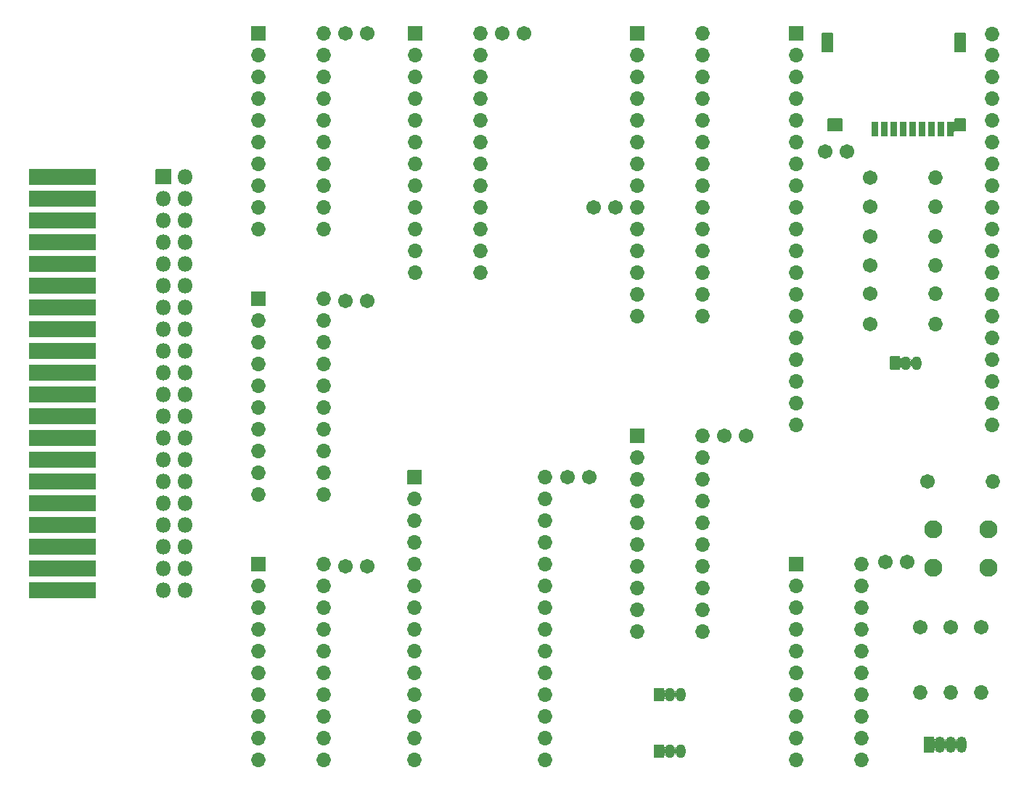
<source format=gbr>
%TF.GenerationSoftware,KiCad,Pcbnew,(5.1.9-0-10_14)*%
%TF.CreationDate,2021-07-19T10:05:44-07:00*%
%TF.ProjectId,TRS-IO-M1,5452532d-494f-42d4-9d31-2e6b69636164,rev?*%
%TF.SameCoordinates,Original*%
%TF.FileFunction,Soldermask,Top*%
%TF.FilePolarity,Negative*%
%FSLAX46Y46*%
G04 Gerber Fmt 4.6, Leading zero omitted, Abs format (unit mm)*
G04 Created by KiCad (PCBNEW (5.1.9-0-10_14)) date 2021-07-19 10:05:44*
%MOMM*%
%LPD*%
G01*
G04 APERTURE LIST*
%ADD10O,1.702000X1.702000*%
%ADD11C,2.102000*%
%ADD12C,1.702000*%
%ADD13O,1.152000X1.602000*%
%ADD14O,1.802000X1.802000*%
%ADD15O,1.172000X1.902000*%
%ADD16C,0.100000*%
G04 APERTURE END LIST*
D10*
%TO.C,U9*%
X181737000Y-99009200D03*
X174117000Y-121869200D03*
X181737000Y-101549200D03*
X174117000Y-119329200D03*
X181737000Y-104089200D03*
X174117000Y-116789200D03*
X181737000Y-106629200D03*
X174117000Y-114249200D03*
X181737000Y-109169200D03*
X174117000Y-111709200D03*
X181737000Y-111709200D03*
X174117000Y-109169200D03*
X181737000Y-114249200D03*
X174117000Y-106629200D03*
X181737000Y-116789200D03*
X174117000Y-104089200D03*
X181737000Y-119329200D03*
X174117000Y-101549200D03*
X181737000Y-121869200D03*
G36*
G01*
X173266000Y-99809200D02*
X173266000Y-98209200D01*
G75*
G02*
X173317000Y-98158200I51000J0D01*
G01*
X174917000Y-98158200D01*
G75*
G02*
X174968000Y-98209200I0J-51000D01*
G01*
X174968000Y-99809200D01*
G75*
G02*
X174917000Y-99860200I-51000J0D01*
G01*
X173317000Y-99860200D01*
G75*
G02*
X173266000Y-99809200I0J51000D01*
G01*
G37*
%TD*%
%TO.C,U8*%
X155829000Y-52019200D03*
X148209000Y-79959200D03*
X155829000Y-54559200D03*
X148209000Y-77419200D03*
X155829000Y-57099200D03*
X148209000Y-74879200D03*
X155829000Y-59639200D03*
X148209000Y-72339200D03*
X155829000Y-62179200D03*
X148209000Y-69799200D03*
X155829000Y-64719200D03*
X148209000Y-67259200D03*
X155829000Y-67259200D03*
X148209000Y-64719200D03*
X155829000Y-69799200D03*
X148209000Y-62179200D03*
X155829000Y-72339200D03*
X148209000Y-59639200D03*
X155829000Y-74879200D03*
X148209000Y-57099200D03*
X155829000Y-77419200D03*
X148209000Y-54559200D03*
X155829000Y-79959200D03*
G36*
G01*
X147358000Y-52819200D02*
X147358000Y-51219200D01*
G75*
G02*
X147409000Y-51168200I51000J0D01*
G01*
X149009000Y-51168200D01*
G75*
G02*
X149060000Y-51219200I0J-51000D01*
G01*
X149060000Y-52819200D01*
G75*
G02*
X149009000Y-52870200I-51000J0D01*
G01*
X147409000Y-52870200D01*
G75*
G02*
X147358000Y-52819200I0J51000D01*
G01*
G37*
%TD*%
%TO.C,U7*%
X200279000Y-113995200D03*
X192659000Y-136855200D03*
X200279000Y-116535200D03*
X192659000Y-134315200D03*
X200279000Y-119075200D03*
X192659000Y-131775200D03*
X200279000Y-121615200D03*
X192659000Y-129235200D03*
X200279000Y-124155200D03*
X192659000Y-126695200D03*
X200279000Y-126695200D03*
X192659000Y-124155200D03*
X200279000Y-129235200D03*
X192659000Y-121615200D03*
X200279000Y-131775200D03*
X192659000Y-119075200D03*
X200279000Y-134315200D03*
X192659000Y-116535200D03*
X200279000Y-136855200D03*
G36*
G01*
X191808000Y-114795200D02*
X191808000Y-113195200D01*
G75*
G02*
X191859000Y-113144200I51000J0D01*
G01*
X193459000Y-113144200D01*
G75*
G02*
X193510000Y-113195200I0J-51000D01*
G01*
X193510000Y-114795200D01*
G75*
G02*
X193459000Y-114846200I-51000J0D01*
G01*
X191859000Y-114846200D01*
G75*
G02*
X191808000Y-114795200I0J51000D01*
G01*
G37*
%TD*%
%TO.C,U6*%
X137541000Y-113995200D03*
X129921000Y-136855200D03*
X137541000Y-116535200D03*
X129921000Y-134315200D03*
X137541000Y-119075200D03*
X129921000Y-131775200D03*
X137541000Y-121615200D03*
X129921000Y-129235200D03*
X137541000Y-124155200D03*
X129921000Y-126695200D03*
X137541000Y-126695200D03*
X129921000Y-124155200D03*
X137541000Y-129235200D03*
X129921000Y-121615200D03*
X137541000Y-131775200D03*
X129921000Y-119075200D03*
X137541000Y-134315200D03*
X129921000Y-116535200D03*
X137541000Y-136855200D03*
G36*
G01*
X129070000Y-114795200D02*
X129070000Y-113195200D01*
G75*
G02*
X129121000Y-113144200I51000J0D01*
G01*
X130721000Y-113144200D01*
G75*
G02*
X130772000Y-113195200I0J-51000D01*
G01*
X130772000Y-114795200D01*
G75*
G02*
X130721000Y-114846200I-51000J0D01*
G01*
X129121000Y-114846200D01*
G75*
G02*
X129070000Y-114795200I0J51000D01*
G01*
G37*
%TD*%
%TO.C,U5*%
X137541000Y-52019200D03*
X129921000Y-74879200D03*
X137541000Y-54559200D03*
X129921000Y-72339200D03*
X137541000Y-57099200D03*
X129921000Y-69799200D03*
X137541000Y-59639200D03*
X129921000Y-67259200D03*
X137541000Y-62179200D03*
X129921000Y-64719200D03*
X137541000Y-64719200D03*
X129921000Y-62179200D03*
X137541000Y-67259200D03*
X129921000Y-59639200D03*
X137541000Y-69799200D03*
X129921000Y-57099200D03*
X137541000Y-72339200D03*
X129921000Y-54559200D03*
X137541000Y-74879200D03*
G36*
G01*
X129070000Y-52819200D02*
X129070000Y-51219200D01*
G75*
G02*
X129121000Y-51168200I51000J0D01*
G01*
X130721000Y-51168200D01*
G75*
G02*
X130772000Y-51219200I0J-51000D01*
G01*
X130772000Y-52819200D01*
G75*
G02*
X130721000Y-52870200I-51000J0D01*
G01*
X129121000Y-52870200D01*
G75*
G02*
X129070000Y-52819200I0J51000D01*
G01*
G37*
%TD*%
%TO.C,U4*%
X137541000Y-83007200D03*
X129921000Y-105867200D03*
X137541000Y-85547200D03*
X129921000Y-103327200D03*
X137541000Y-88087200D03*
X129921000Y-100787200D03*
X137541000Y-90627200D03*
X129921000Y-98247200D03*
X137541000Y-93167200D03*
X129921000Y-95707200D03*
X137541000Y-95707200D03*
X129921000Y-93167200D03*
X137541000Y-98247200D03*
X129921000Y-90627200D03*
X137541000Y-100787200D03*
X129921000Y-88087200D03*
X137541000Y-103327200D03*
X129921000Y-85547200D03*
X137541000Y-105867200D03*
G36*
G01*
X129070000Y-83807200D02*
X129070000Y-82207200D01*
G75*
G02*
X129121000Y-82156200I51000J0D01*
G01*
X130721000Y-82156200D01*
G75*
G02*
X130772000Y-82207200I0J-51000D01*
G01*
X130772000Y-83807200D01*
G75*
G02*
X130721000Y-83858200I-51000J0D01*
G01*
X129121000Y-83858200D01*
G75*
G02*
X129070000Y-83807200I0J51000D01*
G01*
G37*
%TD*%
%TO.C,U3*%
X181737000Y-52019200D03*
X174117000Y-85039200D03*
X181737000Y-54559200D03*
X174117000Y-82499200D03*
X181737000Y-57099200D03*
X174117000Y-79959200D03*
X181737000Y-59639200D03*
X174117000Y-77419200D03*
X181737000Y-62179200D03*
X174117000Y-74879200D03*
X181737000Y-64719200D03*
X174117000Y-72339200D03*
X181737000Y-67259200D03*
X174117000Y-69799200D03*
X181737000Y-69799200D03*
X174117000Y-67259200D03*
X181737000Y-72339200D03*
X174117000Y-64719200D03*
X181737000Y-74879200D03*
X174117000Y-62179200D03*
X181737000Y-77419200D03*
X174117000Y-59639200D03*
X181737000Y-79959200D03*
X174117000Y-57099200D03*
X181737000Y-82499200D03*
X174117000Y-54559200D03*
X181737000Y-85039200D03*
G36*
G01*
X173266000Y-52819200D02*
X173266000Y-51219200D01*
G75*
G02*
X173317000Y-51168200I51000J0D01*
G01*
X174917000Y-51168200D01*
G75*
G02*
X174968000Y-51219200I0J-51000D01*
G01*
X174968000Y-52819200D01*
G75*
G02*
X174917000Y-52870200I-51000J0D01*
G01*
X173317000Y-52870200D01*
G75*
G02*
X173266000Y-52819200I0J51000D01*
G01*
G37*
%TD*%
%TO.C,U2*%
X163399000Y-103845200D03*
X148159000Y-136865200D03*
X163399000Y-106385200D03*
X148159000Y-134325200D03*
X163399000Y-108925200D03*
X148159000Y-131785200D03*
X163399000Y-111465200D03*
X148159000Y-129245200D03*
X163399000Y-114005200D03*
X148159000Y-126705200D03*
X163399000Y-116545200D03*
X148159000Y-124165200D03*
X163399000Y-119085200D03*
X148159000Y-121625200D03*
X163399000Y-121625200D03*
X148159000Y-119085200D03*
X163399000Y-124165200D03*
X148159000Y-116545200D03*
X163399000Y-126705200D03*
X148159000Y-114005200D03*
X163399000Y-129245200D03*
X148159000Y-111465200D03*
X163399000Y-131785200D03*
X148159000Y-108925200D03*
X163399000Y-134325200D03*
X148159000Y-106385200D03*
X163399000Y-136865200D03*
G36*
G01*
X147308000Y-104645200D02*
X147308000Y-103045200D01*
G75*
G02*
X147359000Y-102994200I51000J0D01*
G01*
X148959000Y-102994200D01*
G75*
G02*
X149010000Y-103045200I0J-51000D01*
G01*
X149010000Y-104645200D01*
G75*
G02*
X148959000Y-104696200I-51000J0D01*
G01*
X147359000Y-104696200D01*
G75*
G02*
X147308000Y-104645200I0J51000D01*
G01*
G37*
%TD*%
%TO.C,U1*%
X215519000Y-52082700D03*
X215519000Y-54559200D03*
X192659000Y-97739200D03*
X215519000Y-57099200D03*
X192659000Y-95199200D03*
X215519000Y-59639200D03*
X192659000Y-92659200D03*
X215519000Y-62179200D03*
X192659000Y-90119200D03*
X215519000Y-64719200D03*
X192659000Y-87579200D03*
X215519000Y-67259200D03*
X192659000Y-85039200D03*
X215519000Y-69799200D03*
X192659000Y-82499200D03*
X215519000Y-72339200D03*
X192659000Y-79959200D03*
X215519000Y-74879200D03*
X192659000Y-77419200D03*
X215519000Y-77419200D03*
X192659000Y-74879200D03*
X215519000Y-79959200D03*
X192659000Y-72339200D03*
X215519000Y-82499200D03*
X192659000Y-69799200D03*
X215519000Y-85039200D03*
X192659000Y-67259200D03*
X215519000Y-87579200D03*
X192659000Y-64719200D03*
X215519000Y-90119200D03*
X192659000Y-62179200D03*
X215519000Y-92659200D03*
X192659000Y-59639200D03*
X215519000Y-95199200D03*
X192659000Y-57099200D03*
X215519000Y-97739200D03*
X192659000Y-54559200D03*
G36*
G01*
X191808000Y-52819200D02*
X191808000Y-51219200D01*
G75*
G02*
X191859000Y-51168200I51000J0D01*
G01*
X193459000Y-51168200D01*
G75*
G02*
X193510000Y-51219200I0J-51000D01*
G01*
X193510000Y-52819200D01*
G75*
G02*
X193459000Y-52870200I-51000J0D01*
G01*
X191859000Y-52870200D01*
G75*
G02*
X191808000Y-52819200I0J51000D01*
G01*
G37*
%TD*%
D11*
%TO.C,SW1*%
X215132500Y-109931200D03*
X215132500Y-114431200D03*
X208632500Y-109931200D03*
X208632500Y-114431200D03*
%TD*%
D10*
%TO.C,R4*%
X215582500Y-104343200D03*
D12*
X207962500Y-104343200D03*
%TD*%
D10*
%TO.C,R3*%
X210693000Y-128981200D03*
D12*
X210693000Y-121361200D03*
%TD*%
D10*
%TO.C,R2*%
X214249000Y-128981200D03*
D12*
X214249000Y-121361200D03*
%TD*%
D10*
%TO.C,R1*%
X207137000Y-128981200D03*
D12*
X207137000Y-121361200D03*
%TD*%
%TO.C,Q2*%
G36*
G01*
X176081000Y-129985200D02*
X176081000Y-128485200D01*
G75*
G02*
X176132000Y-128434200I51000J0D01*
G01*
X177182000Y-128434200D01*
G75*
G02*
X177233000Y-128485200I0J-51000D01*
G01*
X177233000Y-129985200D01*
G75*
G02*
X177182000Y-130036200I-51000J0D01*
G01*
X176132000Y-130036200D01*
G75*
G02*
X176081000Y-129985200I0J51000D01*
G01*
G37*
D13*
X179197000Y-129235200D03*
X177927000Y-129235200D03*
%TD*%
%TO.C,Q1*%
G36*
G01*
X176081000Y-136589200D02*
X176081000Y-135089200D01*
G75*
G02*
X176132000Y-135038200I51000J0D01*
G01*
X177182000Y-135038200D01*
G75*
G02*
X177233000Y-135089200I0J-51000D01*
G01*
X177233000Y-136589200D01*
G75*
G02*
X177182000Y-136640200I-51000J0D01*
G01*
X176132000Y-136640200D01*
G75*
G02*
X176081000Y-136589200I0J51000D01*
G01*
G37*
X179197000Y-135839200D03*
X177927000Y-135839200D03*
%TD*%
%TO.C,J2*%
G36*
G01*
X110871000Y-69723200D02*
X103251000Y-69723200D01*
G75*
G02*
X103200000Y-69672200I0J51000D01*
G01*
X103200000Y-67894200D01*
G75*
G02*
X103251000Y-67843200I51000J0D01*
G01*
X110871000Y-67843200D01*
G75*
G02*
X110922000Y-67894200I0J-51000D01*
G01*
X110922000Y-69672200D01*
G75*
G02*
X110871000Y-69723200I-51000J0D01*
G01*
G37*
G36*
G01*
X110871000Y-72263200D02*
X103251000Y-72263200D01*
G75*
G02*
X103200000Y-72212200I0J51000D01*
G01*
X103200000Y-70434200D01*
G75*
G02*
X103251000Y-70383200I51000J0D01*
G01*
X110871000Y-70383200D01*
G75*
G02*
X110922000Y-70434200I0J-51000D01*
G01*
X110922000Y-72212200D01*
G75*
G02*
X110871000Y-72263200I-51000J0D01*
G01*
G37*
G36*
G01*
X110871000Y-74803200D02*
X103251000Y-74803200D01*
G75*
G02*
X103200000Y-74752200I0J51000D01*
G01*
X103200000Y-72974200D01*
G75*
G02*
X103251000Y-72923200I51000J0D01*
G01*
X110871000Y-72923200D01*
G75*
G02*
X110922000Y-72974200I0J-51000D01*
G01*
X110922000Y-74752200D01*
G75*
G02*
X110871000Y-74803200I-51000J0D01*
G01*
G37*
G36*
G01*
X110871000Y-77343200D02*
X103251000Y-77343200D01*
G75*
G02*
X103200000Y-77292200I0J51000D01*
G01*
X103200000Y-75514200D01*
G75*
G02*
X103251000Y-75463200I51000J0D01*
G01*
X110871000Y-75463200D01*
G75*
G02*
X110922000Y-75514200I0J-51000D01*
G01*
X110922000Y-77292200D01*
G75*
G02*
X110871000Y-77343200I-51000J0D01*
G01*
G37*
G36*
G01*
X110871000Y-79883200D02*
X103251000Y-79883200D01*
G75*
G02*
X103200000Y-79832200I0J51000D01*
G01*
X103200000Y-78054200D01*
G75*
G02*
X103251000Y-78003200I51000J0D01*
G01*
X110871000Y-78003200D01*
G75*
G02*
X110922000Y-78054200I0J-51000D01*
G01*
X110922000Y-79832200D01*
G75*
G02*
X110871000Y-79883200I-51000J0D01*
G01*
G37*
G36*
G01*
X110871000Y-82423200D02*
X103251000Y-82423200D01*
G75*
G02*
X103200000Y-82372200I0J51000D01*
G01*
X103200000Y-80594200D01*
G75*
G02*
X103251000Y-80543200I51000J0D01*
G01*
X110871000Y-80543200D01*
G75*
G02*
X110922000Y-80594200I0J-51000D01*
G01*
X110922000Y-82372200D01*
G75*
G02*
X110871000Y-82423200I-51000J0D01*
G01*
G37*
G36*
G01*
X110871000Y-84963200D02*
X103251000Y-84963200D01*
G75*
G02*
X103200000Y-84912200I0J51000D01*
G01*
X103200000Y-83134200D01*
G75*
G02*
X103251000Y-83083200I51000J0D01*
G01*
X110871000Y-83083200D01*
G75*
G02*
X110922000Y-83134200I0J-51000D01*
G01*
X110922000Y-84912200D01*
G75*
G02*
X110871000Y-84963200I-51000J0D01*
G01*
G37*
G36*
G01*
X110871000Y-87503200D02*
X103251000Y-87503200D01*
G75*
G02*
X103200000Y-87452200I0J51000D01*
G01*
X103200000Y-85674200D01*
G75*
G02*
X103251000Y-85623200I51000J0D01*
G01*
X110871000Y-85623200D01*
G75*
G02*
X110922000Y-85674200I0J-51000D01*
G01*
X110922000Y-87452200D01*
G75*
G02*
X110871000Y-87503200I-51000J0D01*
G01*
G37*
G36*
G01*
X110871000Y-90043200D02*
X103251000Y-90043200D01*
G75*
G02*
X103200000Y-89992200I0J51000D01*
G01*
X103200000Y-88214200D01*
G75*
G02*
X103251000Y-88163200I51000J0D01*
G01*
X110871000Y-88163200D01*
G75*
G02*
X110922000Y-88214200I0J-51000D01*
G01*
X110922000Y-89992200D01*
G75*
G02*
X110871000Y-90043200I-51000J0D01*
G01*
G37*
G36*
G01*
X110871000Y-92583200D02*
X103251000Y-92583200D01*
G75*
G02*
X103200000Y-92532200I0J51000D01*
G01*
X103200000Y-90754200D01*
G75*
G02*
X103251000Y-90703200I51000J0D01*
G01*
X110871000Y-90703200D01*
G75*
G02*
X110922000Y-90754200I0J-51000D01*
G01*
X110922000Y-92532200D01*
G75*
G02*
X110871000Y-92583200I-51000J0D01*
G01*
G37*
G36*
G01*
X110871000Y-95123200D02*
X103251000Y-95123200D01*
G75*
G02*
X103200000Y-95072200I0J51000D01*
G01*
X103200000Y-93294200D01*
G75*
G02*
X103251000Y-93243200I51000J0D01*
G01*
X110871000Y-93243200D01*
G75*
G02*
X110922000Y-93294200I0J-51000D01*
G01*
X110922000Y-95072200D01*
G75*
G02*
X110871000Y-95123200I-51000J0D01*
G01*
G37*
G36*
G01*
X110871000Y-97663200D02*
X103251000Y-97663200D01*
G75*
G02*
X103200000Y-97612200I0J51000D01*
G01*
X103200000Y-95834200D01*
G75*
G02*
X103251000Y-95783200I51000J0D01*
G01*
X110871000Y-95783200D01*
G75*
G02*
X110922000Y-95834200I0J-51000D01*
G01*
X110922000Y-97612200D01*
G75*
G02*
X110871000Y-97663200I-51000J0D01*
G01*
G37*
G36*
G01*
X110871000Y-100203200D02*
X103251000Y-100203200D01*
G75*
G02*
X103200000Y-100152200I0J51000D01*
G01*
X103200000Y-98374200D01*
G75*
G02*
X103251000Y-98323200I51000J0D01*
G01*
X110871000Y-98323200D01*
G75*
G02*
X110922000Y-98374200I0J-51000D01*
G01*
X110922000Y-100152200D01*
G75*
G02*
X110871000Y-100203200I-51000J0D01*
G01*
G37*
G36*
G01*
X110871000Y-102743200D02*
X103251000Y-102743200D01*
G75*
G02*
X103200000Y-102692200I0J51000D01*
G01*
X103200000Y-100914200D01*
G75*
G02*
X103251000Y-100863200I51000J0D01*
G01*
X110871000Y-100863200D01*
G75*
G02*
X110922000Y-100914200I0J-51000D01*
G01*
X110922000Y-102692200D01*
G75*
G02*
X110871000Y-102743200I-51000J0D01*
G01*
G37*
G36*
G01*
X110871000Y-105283200D02*
X103251000Y-105283200D01*
G75*
G02*
X103200000Y-105232200I0J51000D01*
G01*
X103200000Y-103454200D01*
G75*
G02*
X103251000Y-103403200I51000J0D01*
G01*
X110871000Y-103403200D01*
G75*
G02*
X110922000Y-103454200I0J-51000D01*
G01*
X110922000Y-105232200D01*
G75*
G02*
X110871000Y-105283200I-51000J0D01*
G01*
G37*
G36*
G01*
X110871000Y-107823200D02*
X103251000Y-107823200D01*
G75*
G02*
X103200000Y-107772200I0J51000D01*
G01*
X103200000Y-105994200D01*
G75*
G02*
X103251000Y-105943200I51000J0D01*
G01*
X110871000Y-105943200D01*
G75*
G02*
X110922000Y-105994200I0J-51000D01*
G01*
X110922000Y-107772200D01*
G75*
G02*
X110871000Y-107823200I-51000J0D01*
G01*
G37*
G36*
G01*
X110871000Y-110363200D02*
X103251000Y-110363200D01*
G75*
G02*
X103200000Y-110312200I0J51000D01*
G01*
X103200000Y-108534200D01*
G75*
G02*
X103251000Y-108483200I51000J0D01*
G01*
X110871000Y-108483200D01*
G75*
G02*
X110922000Y-108534200I0J-51000D01*
G01*
X110922000Y-110312200D01*
G75*
G02*
X110871000Y-110363200I-51000J0D01*
G01*
G37*
G36*
G01*
X110871000Y-112903200D02*
X103251000Y-112903200D01*
G75*
G02*
X103200000Y-112852200I0J51000D01*
G01*
X103200000Y-111074200D01*
G75*
G02*
X103251000Y-111023200I51000J0D01*
G01*
X110871000Y-111023200D01*
G75*
G02*
X110922000Y-111074200I0J-51000D01*
G01*
X110922000Y-112852200D01*
G75*
G02*
X110871000Y-112903200I-51000J0D01*
G01*
G37*
G36*
G01*
X110871000Y-115443200D02*
X103251000Y-115443200D01*
G75*
G02*
X103200000Y-115392200I0J51000D01*
G01*
X103200000Y-113614200D01*
G75*
G02*
X103251000Y-113563200I51000J0D01*
G01*
X110871000Y-113563200D01*
G75*
G02*
X110922000Y-113614200I0J-51000D01*
G01*
X110922000Y-115392200D01*
G75*
G02*
X110871000Y-115443200I-51000J0D01*
G01*
G37*
G36*
G01*
X110871000Y-117983200D02*
X103251000Y-117983200D01*
G75*
G02*
X103200000Y-117932200I0J51000D01*
G01*
X103200000Y-116154200D01*
G75*
G02*
X103251000Y-116103200I51000J0D01*
G01*
X110871000Y-116103200D01*
G75*
G02*
X110922000Y-116154200I0J-51000D01*
G01*
X110922000Y-117932200D01*
G75*
G02*
X110871000Y-117983200I-51000J0D01*
G01*
G37*
%TD*%
D14*
%TO.C,J1*%
X121379000Y-117019200D03*
X118839000Y-117019200D03*
X121379000Y-114479200D03*
X118839000Y-114479200D03*
X121379000Y-111939200D03*
X118839000Y-111939200D03*
X121379000Y-109399200D03*
X118839000Y-109399200D03*
X121379000Y-106859200D03*
X118839000Y-106859200D03*
X121379000Y-104319200D03*
X118839000Y-104319200D03*
X121379000Y-101779200D03*
X118839000Y-101779200D03*
X121379000Y-99239200D03*
X118839000Y-99239200D03*
X121379000Y-96699200D03*
X118839000Y-96699200D03*
X121379000Y-94159200D03*
X118839000Y-94159200D03*
X121379000Y-91619200D03*
X118839000Y-91619200D03*
X121379000Y-89079200D03*
X118839000Y-89079200D03*
X121379000Y-86539200D03*
X118839000Y-86539200D03*
X121379000Y-83999200D03*
X118839000Y-83999200D03*
X121379000Y-81459200D03*
X118839000Y-81459200D03*
X121379000Y-78919200D03*
X118839000Y-78919200D03*
X121379000Y-76379200D03*
X118839000Y-76379200D03*
X121379000Y-73839200D03*
X118839000Y-73839200D03*
X121379000Y-71299200D03*
X118839000Y-71299200D03*
X121379000Y-68759200D03*
G36*
G01*
X117938000Y-69609200D02*
X117938000Y-67909200D01*
G75*
G02*
X117989000Y-67858200I51000J0D01*
G01*
X119689000Y-67858200D01*
G75*
G02*
X119740000Y-67909200I0J-51000D01*
G01*
X119740000Y-69609200D01*
G75*
G02*
X119689000Y-69660200I-51000J0D01*
G01*
X117989000Y-69660200D01*
G75*
G02*
X117938000Y-69609200I0J51000D01*
G01*
G37*
%TD*%
D15*
%TO.C,D1*%
X211963000Y-135077200D03*
X210693000Y-135077200D03*
X209423000Y-135077200D03*
G36*
G01*
X207567000Y-135977200D02*
X207567000Y-134177200D01*
G75*
G02*
X207618000Y-134126200I51000J0D01*
G01*
X208688000Y-134126200D01*
G75*
G02*
X208739000Y-134177200I0J-51000D01*
G01*
X208739000Y-135977200D01*
G75*
G02*
X208688000Y-136028200I-51000J0D01*
G01*
X207618000Y-136028200D01*
G75*
G02*
X207567000Y-135977200I0J51000D01*
G01*
G37*
%TD*%
D12*
%TO.C,C8*%
X160869000Y-52019200D03*
X158369000Y-52019200D03*
%TD*%
%TO.C,C7*%
X142581000Y-52019200D03*
X140081000Y-52019200D03*
%TD*%
%TO.C,C6*%
X142581000Y-114249200D03*
X140081000Y-114249200D03*
%TD*%
%TO.C,C5*%
X205573000Y-113741200D03*
X203073000Y-113741200D03*
%TD*%
%TO.C,C4*%
X142581000Y-83261200D03*
X140081000Y-83261200D03*
%TD*%
%TO.C,C3*%
X169077000Y-72339200D03*
X171577000Y-72339200D03*
%TD*%
%TO.C,C2*%
X186777000Y-99009200D03*
X184277000Y-99009200D03*
%TD*%
%TO.C,C1*%
X168489000Y-103835200D03*
X165989000Y-103835200D03*
%TD*%
%TO.C,C9*%
X198551800Y-65836800D03*
X196051800Y-65836800D03*
%TD*%
%TO.C,J3*%
G36*
G01*
X202239200Y-62404999D02*
X202239200Y-64005001D01*
G75*
G02*
X202188201Y-64056000I-50999J0D01*
G01*
X201488199Y-64056000D01*
G75*
G02*
X201437200Y-64005001I0J50999D01*
G01*
X201437200Y-62404999D01*
G75*
G02*
X201488199Y-62354000I50999J0D01*
G01*
X202188201Y-62354000D01*
G75*
G02*
X202239200Y-62404999I0J-50999D01*
G01*
G37*
G36*
G01*
X203339200Y-62404999D02*
X203339200Y-64005001D01*
G75*
G02*
X203288201Y-64056000I-50999J0D01*
G01*
X202588199Y-64056000D01*
G75*
G02*
X202537200Y-64005001I0J50999D01*
G01*
X202537200Y-62404999D01*
G75*
G02*
X202588199Y-62354000I50999J0D01*
G01*
X203288201Y-62354000D01*
G75*
G02*
X203339200Y-62404999I0J-50999D01*
G01*
G37*
G36*
G01*
X204439200Y-62404999D02*
X204439200Y-64005001D01*
G75*
G02*
X204388201Y-64056000I-50999J0D01*
G01*
X203688199Y-64056000D01*
G75*
G02*
X203637200Y-64005001I0J50999D01*
G01*
X203637200Y-62404999D01*
G75*
G02*
X203688199Y-62354000I50999J0D01*
G01*
X204388201Y-62354000D01*
G75*
G02*
X204439200Y-62404999I0J-50999D01*
G01*
G37*
G36*
G01*
X205539200Y-62404999D02*
X205539200Y-64005001D01*
G75*
G02*
X205488201Y-64056000I-50999J0D01*
G01*
X204788199Y-64056000D01*
G75*
G02*
X204737200Y-64005001I0J50999D01*
G01*
X204737200Y-62404999D01*
G75*
G02*
X204788199Y-62354000I50999J0D01*
G01*
X205488201Y-62354000D01*
G75*
G02*
X205539200Y-62404999I0J-50999D01*
G01*
G37*
G36*
G01*
X206639200Y-62404999D02*
X206639200Y-64005001D01*
G75*
G02*
X206588201Y-64056000I-50999J0D01*
G01*
X205888199Y-64056000D01*
G75*
G02*
X205837200Y-64005001I0J50999D01*
G01*
X205837200Y-62404999D01*
G75*
G02*
X205888199Y-62354000I50999J0D01*
G01*
X206588201Y-62354000D01*
G75*
G02*
X206639200Y-62404999I0J-50999D01*
G01*
G37*
G36*
G01*
X207739200Y-62404999D02*
X207739200Y-64005001D01*
G75*
G02*
X207688201Y-64056000I-50999J0D01*
G01*
X206988199Y-64056000D01*
G75*
G02*
X206937200Y-64005001I0J50999D01*
G01*
X206937200Y-62404999D01*
G75*
G02*
X206988199Y-62354000I50999J0D01*
G01*
X207688201Y-62354000D01*
G75*
G02*
X207739200Y-62404999I0J-50999D01*
G01*
G37*
G36*
G01*
X208839200Y-62404999D02*
X208839200Y-64005001D01*
G75*
G02*
X208788201Y-64056000I-50999J0D01*
G01*
X208088199Y-64056000D01*
G75*
G02*
X208037200Y-64005001I0J50999D01*
G01*
X208037200Y-62404999D01*
G75*
G02*
X208088199Y-62354000I50999J0D01*
G01*
X208788201Y-62354000D01*
G75*
G02*
X208839200Y-62404999I0J-50999D01*
G01*
G37*
G36*
G01*
X209939200Y-62404999D02*
X209939200Y-64005001D01*
G75*
G02*
X209888201Y-64056000I-50999J0D01*
G01*
X209188199Y-64056000D01*
G75*
G02*
X209137200Y-64005001I0J50999D01*
G01*
X209137200Y-62404999D01*
G75*
G02*
X209188199Y-62354000I50999J0D01*
G01*
X209888201Y-62354000D01*
G75*
G02*
X209939200Y-62404999I0J-50999D01*
G01*
G37*
G36*
G01*
X211039200Y-62404999D02*
X211039200Y-64005001D01*
G75*
G02*
X210988201Y-64056000I-50999J0D01*
G01*
X210288199Y-64056000D01*
G75*
G02*
X210237200Y-64005001I0J50999D01*
G01*
X210237200Y-62404999D01*
G75*
G02*
X210288199Y-62354000I50999J0D01*
G01*
X210988201Y-62354000D01*
G75*
G02*
X211039200Y-62404999I0J-50999D01*
G01*
G37*
G36*
G01*
X198039200Y-62005000D02*
X198039200Y-63405000D01*
G75*
G02*
X197988200Y-63456000I-51000J0D01*
G01*
X196388200Y-63456000D01*
G75*
G02*
X196337200Y-63405000I0J51000D01*
G01*
X196337200Y-62005000D01*
G75*
G02*
X196388200Y-61954000I51000J0D01*
G01*
X197988200Y-61954000D01*
G75*
G02*
X198039200Y-62005000I0J-51000D01*
G01*
G37*
G36*
G01*
X196939200Y-52004999D02*
X196939200Y-54205001D01*
G75*
G02*
X196888201Y-54256000I-50999J0D01*
G01*
X195688199Y-54256000D01*
G75*
G02*
X195637200Y-54205001I0J50999D01*
G01*
X195637200Y-52004999D01*
G75*
G02*
X195688199Y-51954000I50999J0D01*
G01*
X196888201Y-51954000D01*
G75*
G02*
X196939200Y-52004999I0J-50999D01*
G01*
G37*
G36*
G01*
X212439200Y-52004999D02*
X212439200Y-54205001D01*
G75*
G02*
X212388201Y-54256000I-50999J0D01*
G01*
X211188199Y-54256000D01*
G75*
G02*
X211137200Y-54205001I0J50999D01*
G01*
X211137200Y-52004999D01*
G75*
G02*
X211188199Y-51954000I50999J0D01*
G01*
X212388201Y-51954000D01*
G75*
G02*
X212439200Y-52004999I0J-50999D01*
G01*
G37*
G36*
G01*
X212439200Y-62004999D02*
X212439200Y-63405001D01*
G75*
G02*
X212388201Y-63456000I-50999J0D01*
G01*
X211188199Y-63456000D01*
G75*
G02*
X211137200Y-63405001I0J50999D01*
G01*
X211137200Y-62004999D01*
G75*
G02*
X211188199Y-61954000I50999J0D01*
G01*
X212388201Y-61954000D01*
G75*
G02*
X212439200Y-62004999I0J-50999D01*
G01*
G37*
%TD*%
D13*
%TO.C,Q3*%
X205460600Y-90500200D03*
X206730600Y-90500200D03*
G36*
G01*
X203614600Y-91250200D02*
X203614600Y-89750200D01*
G75*
G02*
X203665600Y-89699200I51000J0D01*
G01*
X204715600Y-89699200D01*
G75*
G02*
X204766600Y-89750200I0J-51000D01*
G01*
X204766600Y-91250200D01*
G75*
G02*
X204715600Y-91301200I-51000J0D01*
G01*
X203665600Y-91301200D01*
G75*
G02*
X203614600Y-91250200I0J51000D01*
G01*
G37*
%TD*%
D10*
%TO.C,R5*%
X208940400Y-85953600D03*
D12*
X201320400Y-85953600D03*
%TD*%
%TO.C,R6*%
X201320400Y-82423000D03*
D10*
X208940400Y-82423000D03*
%TD*%
D12*
%TO.C,R7*%
X201320400Y-79121000D03*
D10*
X208940400Y-79121000D03*
%TD*%
%TO.C,R8*%
X208940400Y-75692000D03*
D12*
X201320400Y-75692000D03*
%TD*%
%TO.C,R9*%
X201320400Y-72263000D03*
D10*
X208940400Y-72263000D03*
%TD*%
%TO.C,R10*%
X208940400Y-68834000D03*
D12*
X201320400Y-68834000D03*
%TD*%
D16*
G36*
X177234990Y-135207665D02*
G01*
X177237372Y-135231852D01*
X177244372Y-135254927D01*
X177255737Y-135276191D01*
X177271032Y-135294828D01*
X177289669Y-135310123D01*
X177310933Y-135321488D01*
X177334008Y-135328488D01*
X177357999Y-135330851D01*
X177381990Y-135328488D01*
X177405065Y-135321488D01*
X177426329Y-135310123D01*
X177445005Y-135294796D01*
X177446339Y-135293324D01*
X177448243Y-135292712D01*
X177449725Y-135294055D01*
X177449585Y-135295610D01*
X177396702Y-135394544D01*
X177364038Y-135502224D01*
X177353000Y-135614294D01*
X177353000Y-136064106D01*
X177364038Y-136176177D01*
X177396702Y-136283857D01*
X177449746Y-136383092D01*
X177451836Y-136385638D01*
X177452162Y-136387612D01*
X177450616Y-136388880D01*
X177448876Y-136388321D01*
X177436023Y-136375468D01*
X177415976Y-136362073D01*
X177393702Y-136352847D01*
X177370051Y-136348143D01*
X177345945Y-136348143D01*
X177322295Y-136352848D01*
X177300021Y-136362074D01*
X177279974Y-136375469D01*
X177262927Y-136392516D01*
X177249532Y-136412563D01*
X177240323Y-136434794D01*
X177234978Y-136470833D01*
X177233735Y-136472400D01*
X177231757Y-136472107D01*
X177231000Y-136470540D01*
X177231000Y-135207861D01*
X177232000Y-135206129D01*
X177234000Y-135206129D01*
X177234990Y-135207665D01*
G37*
G36*
X178670621Y-135385440D02*
G01*
X178670591Y-135387268D01*
X178666702Y-135394544D01*
X178634038Y-135502224D01*
X178623000Y-135614294D01*
X178623000Y-136064106D01*
X178634038Y-136176177D01*
X178666702Y-136283857D01*
X178670591Y-136291133D01*
X178670525Y-136293132D01*
X178668762Y-136294075D01*
X178667164Y-136293187D01*
X178657071Y-136278082D01*
X178640024Y-136261035D01*
X178619976Y-136247640D01*
X178597702Y-136238414D01*
X178574052Y-136233710D01*
X178549946Y-136233710D01*
X178526296Y-136238415D01*
X178504022Y-136247641D01*
X178483975Y-136261036D01*
X178466928Y-136278083D01*
X178456836Y-136293187D01*
X178455042Y-136294072D01*
X178453379Y-136292961D01*
X178453409Y-136291133D01*
X178457298Y-136283857D01*
X178489962Y-136176177D01*
X178501000Y-136064105D01*
X178501000Y-135614294D01*
X178489962Y-135502223D01*
X178457298Y-135394543D01*
X178453411Y-135387272D01*
X178453477Y-135385273D01*
X178455240Y-135384330D01*
X178456838Y-135385218D01*
X178466929Y-135400319D01*
X178483976Y-135417366D01*
X178504023Y-135430761D01*
X178526297Y-135439987D01*
X178549947Y-135444691D01*
X178574054Y-135444691D01*
X178597704Y-135439986D01*
X178619978Y-135430760D01*
X178640025Y-135417365D01*
X178657072Y-135400318D01*
X178667164Y-135385214D01*
X178668958Y-135384329D01*
X178670621Y-135385440D01*
G37*
G36*
X208740990Y-134277792D02*
G01*
X208743372Y-134301979D01*
X208750372Y-134325054D01*
X208761737Y-134346318D01*
X208777032Y-134364955D01*
X208795669Y-134380250D01*
X208816933Y-134391615D01*
X208840008Y-134398615D01*
X208863999Y-134400978D01*
X208887990Y-134398615D01*
X208911065Y-134391615D01*
X208932285Y-134380273D01*
X208956241Y-134358560D01*
X208958196Y-134358138D01*
X208959539Y-134359620D01*
X208959130Y-134361311D01*
X208937430Y-134387753D01*
X208883464Y-134488718D01*
X208850230Y-134598273D01*
X208839000Y-134712294D01*
X208839000Y-135442106D01*
X208850230Y-135556128D01*
X208883465Y-135665683D01*
X208937431Y-135766648D01*
X208957830Y-135791504D01*
X208958156Y-135793478D01*
X208956610Y-135794746D01*
X208954870Y-135794187D01*
X208942023Y-135781340D01*
X208921975Y-135767945D01*
X208899702Y-135758719D01*
X208876051Y-135754015D01*
X208851945Y-135754015D01*
X208828295Y-135758720D01*
X208806021Y-135767946D01*
X208785974Y-135781341D01*
X208768927Y-135798388D01*
X208755532Y-135818436D01*
X208746323Y-135840666D01*
X208740978Y-135876705D01*
X208739735Y-135878272D01*
X208737757Y-135877979D01*
X208737000Y-135876412D01*
X208737000Y-134277988D01*
X208738000Y-134276256D01*
X208740000Y-134276256D01*
X208740990Y-134277792D01*
G37*
G36*
X211222832Y-134462097D02*
G01*
X211232928Y-134477207D01*
X211249975Y-134494254D01*
X211270023Y-134507649D01*
X211292297Y-134516876D01*
X211315947Y-134521580D01*
X211340053Y-134521580D01*
X211363703Y-134516876D01*
X211385977Y-134507649D01*
X211406024Y-134494255D01*
X211423071Y-134477208D01*
X211433168Y-134462097D01*
X211434962Y-134461212D01*
X211436625Y-134462323D01*
X211436595Y-134464151D01*
X211423464Y-134488718D01*
X211390230Y-134598273D01*
X211379000Y-134712294D01*
X211379000Y-135442106D01*
X211390230Y-135556128D01*
X211423465Y-135665683D01*
X211436592Y-135690242D01*
X211436526Y-135692241D01*
X211434763Y-135693184D01*
X211433165Y-135692296D01*
X211423073Y-135677192D01*
X211406026Y-135660145D01*
X211385979Y-135646750D01*
X211363705Y-135637524D01*
X211340055Y-135632819D01*
X211315949Y-135632819D01*
X211292299Y-135637523D01*
X211270025Y-135646749D01*
X211249977Y-135660144D01*
X211232930Y-135677191D01*
X211222831Y-135692306D01*
X211221037Y-135693191D01*
X211219374Y-135692080D01*
X211219404Y-135690252D01*
X211232536Y-135665683D01*
X211265770Y-135556128D01*
X211277000Y-135442106D01*
X211277000Y-134712294D01*
X211265770Y-134598272D01*
X211232536Y-134488717D01*
X211219405Y-134464151D01*
X211219471Y-134462152D01*
X211221234Y-134461209D01*
X211222832Y-134462097D01*
G37*
G36*
X209952832Y-134462097D02*
G01*
X209962928Y-134477207D01*
X209979975Y-134494254D01*
X210000023Y-134507649D01*
X210022297Y-134516876D01*
X210045947Y-134521580D01*
X210070053Y-134521580D01*
X210093703Y-134516876D01*
X210115977Y-134507649D01*
X210136024Y-134494255D01*
X210153071Y-134477208D01*
X210163168Y-134462097D01*
X210164962Y-134461212D01*
X210166625Y-134462323D01*
X210166595Y-134464151D01*
X210153464Y-134488718D01*
X210120230Y-134598273D01*
X210109000Y-134712294D01*
X210109000Y-135442106D01*
X210120230Y-135556128D01*
X210153465Y-135665683D01*
X210166592Y-135690242D01*
X210166526Y-135692241D01*
X210164763Y-135693184D01*
X210163165Y-135692296D01*
X210153073Y-135677192D01*
X210136026Y-135660145D01*
X210115979Y-135646750D01*
X210093705Y-135637524D01*
X210070055Y-135632819D01*
X210045949Y-135632819D01*
X210022299Y-135637523D01*
X210000025Y-135646749D01*
X209979977Y-135660144D01*
X209962930Y-135677191D01*
X209952831Y-135692306D01*
X209951037Y-135693191D01*
X209949374Y-135692080D01*
X209949404Y-135690252D01*
X209962536Y-135665683D01*
X209995770Y-135556128D01*
X210007000Y-135442106D01*
X210007000Y-134712294D01*
X209995770Y-134598272D01*
X209962536Y-134488717D01*
X209949405Y-134464151D01*
X209949471Y-134462152D01*
X209951234Y-134461209D01*
X209952832Y-134462097D01*
G37*
G36*
X177234990Y-128603665D02*
G01*
X177237372Y-128627852D01*
X177244372Y-128650927D01*
X177255737Y-128672191D01*
X177271032Y-128690828D01*
X177289669Y-128706123D01*
X177310933Y-128717488D01*
X177334008Y-128724488D01*
X177357999Y-128726851D01*
X177381990Y-128724488D01*
X177405065Y-128717488D01*
X177426329Y-128706123D01*
X177445005Y-128690796D01*
X177446339Y-128689324D01*
X177448243Y-128688712D01*
X177449725Y-128690055D01*
X177449585Y-128691610D01*
X177396702Y-128790544D01*
X177364038Y-128898224D01*
X177353000Y-129010294D01*
X177353000Y-129460106D01*
X177364038Y-129572177D01*
X177396702Y-129679857D01*
X177449746Y-129779092D01*
X177451836Y-129781638D01*
X177452162Y-129783612D01*
X177450616Y-129784880D01*
X177448876Y-129784321D01*
X177436023Y-129771468D01*
X177415976Y-129758073D01*
X177393702Y-129748847D01*
X177370051Y-129744143D01*
X177345945Y-129744143D01*
X177322295Y-129748848D01*
X177300021Y-129758074D01*
X177279974Y-129771469D01*
X177262927Y-129788516D01*
X177249532Y-129808563D01*
X177240323Y-129830794D01*
X177234978Y-129866833D01*
X177233735Y-129868400D01*
X177231757Y-129868107D01*
X177231000Y-129866540D01*
X177231000Y-128603861D01*
X177232000Y-128602129D01*
X177234000Y-128602129D01*
X177234990Y-128603665D01*
G37*
G36*
X178670621Y-128781440D02*
G01*
X178670591Y-128783268D01*
X178666702Y-128790544D01*
X178634038Y-128898224D01*
X178623000Y-129010294D01*
X178623000Y-129460106D01*
X178634038Y-129572177D01*
X178666702Y-129679857D01*
X178670591Y-129687133D01*
X178670525Y-129689132D01*
X178668762Y-129690075D01*
X178667164Y-129689187D01*
X178657071Y-129674082D01*
X178640024Y-129657035D01*
X178619976Y-129643640D01*
X178597702Y-129634414D01*
X178574052Y-129629710D01*
X178549946Y-129629710D01*
X178526296Y-129634415D01*
X178504022Y-129643641D01*
X178483975Y-129657036D01*
X178466928Y-129674083D01*
X178456836Y-129689187D01*
X178455042Y-129690072D01*
X178453379Y-129688961D01*
X178453409Y-129687133D01*
X178457298Y-129679857D01*
X178489962Y-129572177D01*
X178501000Y-129460105D01*
X178501000Y-129010294D01*
X178489962Y-128898223D01*
X178457298Y-128790543D01*
X178453411Y-128783272D01*
X178453477Y-128781273D01*
X178455240Y-128780330D01*
X178456838Y-128781218D01*
X178466929Y-128796319D01*
X178483976Y-128813366D01*
X178504023Y-128826761D01*
X178526297Y-128835987D01*
X178549947Y-128840691D01*
X178574054Y-128840691D01*
X178597704Y-128835986D01*
X178619978Y-128826760D01*
X178640025Y-128813365D01*
X178657072Y-128796318D01*
X178667164Y-128781214D01*
X178668958Y-128780329D01*
X178670621Y-128781440D01*
G37*
G36*
X204768590Y-89868665D02*
G01*
X204770972Y-89892852D01*
X204777972Y-89915927D01*
X204789337Y-89937191D01*
X204804632Y-89955828D01*
X204823269Y-89971123D01*
X204844533Y-89982488D01*
X204867608Y-89989488D01*
X204891599Y-89991851D01*
X204915590Y-89989488D01*
X204938665Y-89982488D01*
X204959929Y-89971123D01*
X204978605Y-89955796D01*
X204979939Y-89954324D01*
X204981843Y-89953712D01*
X204983325Y-89955055D01*
X204983185Y-89956610D01*
X204930302Y-90055544D01*
X204897638Y-90163224D01*
X204886600Y-90275294D01*
X204886600Y-90725106D01*
X204897638Y-90837177D01*
X204930302Y-90944857D01*
X204983346Y-91044092D01*
X204985436Y-91046638D01*
X204985762Y-91048612D01*
X204984216Y-91049880D01*
X204982476Y-91049321D01*
X204969623Y-91036468D01*
X204949576Y-91023073D01*
X204927302Y-91013847D01*
X204903651Y-91009143D01*
X204879545Y-91009143D01*
X204855895Y-91013848D01*
X204833621Y-91023074D01*
X204813574Y-91036469D01*
X204796527Y-91053516D01*
X204783132Y-91073563D01*
X204773923Y-91095794D01*
X204768578Y-91131833D01*
X204767335Y-91133400D01*
X204765357Y-91133107D01*
X204764600Y-91131540D01*
X204764600Y-89868861D01*
X204765600Y-89867129D01*
X204767600Y-89867129D01*
X204768590Y-89868665D01*
G37*
G36*
X206204221Y-90046440D02*
G01*
X206204191Y-90048268D01*
X206200302Y-90055544D01*
X206167638Y-90163224D01*
X206156600Y-90275294D01*
X206156600Y-90725106D01*
X206167638Y-90837177D01*
X206200302Y-90944857D01*
X206204191Y-90952133D01*
X206204125Y-90954132D01*
X206202362Y-90955075D01*
X206200764Y-90954187D01*
X206190671Y-90939082D01*
X206173624Y-90922035D01*
X206153576Y-90908640D01*
X206131302Y-90899414D01*
X206107652Y-90894710D01*
X206083546Y-90894710D01*
X206059896Y-90899415D01*
X206037622Y-90908641D01*
X206017575Y-90922036D01*
X206000528Y-90939083D01*
X205990436Y-90954187D01*
X205988642Y-90955072D01*
X205986979Y-90953961D01*
X205987009Y-90952133D01*
X205990898Y-90944857D01*
X206023562Y-90837177D01*
X206034600Y-90725105D01*
X206034600Y-90275294D01*
X206023562Y-90163223D01*
X205990898Y-90055543D01*
X205987011Y-90048272D01*
X205987077Y-90046273D01*
X205988840Y-90045330D01*
X205990438Y-90046218D01*
X206000529Y-90061319D01*
X206017576Y-90078366D01*
X206037623Y-90091761D01*
X206059897Y-90100987D01*
X206083547Y-90105691D01*
X206107654Y-90105691D01*
X206131304Y-90100986D01*
X206153578Y-90091760D01*
X206173625Y-90078365D01*
X206190672Y-90061318D01*
X206200764Y-90046214D01*
X206202558Y-90045329D01*
X206204221Y-90046440D01*
G37*
G36*
X211138365Y-62227375D02*
G01*
X211139200Y-62229001D01*
X211139200Y-63454000D01*
X211164199Y-63454000D01*
X211165931Y-63455000D01*
X211165931Y-63457000D01*
X211164395Y-63457990D01*
X211140208Y-63460372D01*
X211117133Y-63467372D01*
X211095869Y-63478737D01*
X211077232Y-63494032D01*
X211061937Y-63512669D01*
X211050572Y-63533933D01*
X211043572Y-63557008D01*
X211041190Y-63581195D01*
X211040025Y-63582821D01*
X211038035Y-63582625D01*
X211037200Y-63580999D01*
X211037200Y-62356000D01*
X211012201Y-62356000D01*
X211010469Y-62355000D01*
X211010469Y-62353000D01*
X211012005Y-62352010D01*
X211036192Y-62349628D01*
X211059267Y-62342628D01*
X211080531Y-62331263D01*
X211099168Y-62315968D01*
X211114463Y-62297331D01*
X211125828Y-62276067D01*
X211132828Y-62252992D01*
X211135210Y-62228805D01*
X211136375Y-62227179D01*
X211138365Y-62227375D01*
G37*
M02*

</source>
